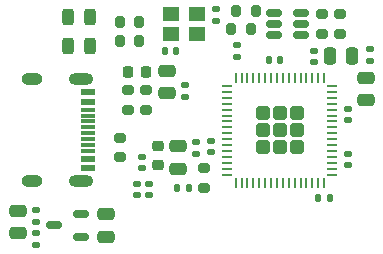
<source format=gbr>
%TF.GenerationSoftware,KiCad,Pcbnew,7.0.7*%
%TF.CreationDate,2024-02-11T21:42:06-08:00*%
%TF.ProjectId,PGL_FTDI_Prog,50474c5f-4654-4444-995f-50726f672e6b,rev?*%
%TF.SameCoordinates,Original*%
%TF.FileFunction,Paste,Top*%
%TF.FilePolarity,Positive*%
%FSLAX46Y46*%
G04 Gerber Fmt 4.6, Leading zero omitted, Abs format (unit mm)*
G04 Created by KiCad (PCBNEW 7.0.7) date 2024-02-11 21:42:06*
%MOMM*%
%LPD*%
G01*
G04 APERTURE LIST*
G04 Aperture macros list*
%AMRoundRect*
0 Rectangle with rounded corners*
0 $1 Rounding radius*
0 $2 $3 $4 $5 $6 $7 $8 $9 X,Y pos of 4 corners*
0 Add a 4 corners polygon primitive as box body*
4,1,4,$2,$3,$4,$5,$6,$7,$8,$9,$2,$3,0*
0 Add four circle primitives for the rounded corners*
1,1,$1+$1,$2,$3*
1,1,$1+$1,$4,$5*
1,1,$1+$1,$6,$7*
1,1,$1+$1,$8,$9*
0 Add four rect primitives between the rounded corners*
20,1,$1+$1,$2,$3,$4,$5,0*
20,1,$1+$1,$4,$5,$6,$7,0*
20,1,$1+$1,$6,$7,$8,$9,0*
20,1,$1+$1,$8,$9,$2,$3,0*%
G04 Aperture macros list end*
%ADD10RoundRect,0.140000X-0.170000X0.140000X-0.170000X-0.140000X0.170000X-0.140000X0.170000X0.140000X0*%
%ADD11RoundRect,0.250000X-0.475000X0.250000X-0.475000X-0.250000X0.475000X-0.250000X0.475000X0.250000X0*%
%ADD12RoundRect,0.140000X0.170000X-0.140000X0.170000X0.140000X-0.170000X0.140000X-0.170000X-0.140000X0*%
%ADD13RoundRect,0.243750X0.243750X0.456250X-0.243750X0.456250X-0.243750X-0.456250X0.243750X-0.456250X0*%
%ADD14RoundRect,0.200000X-0.275000X0.200000X-0.275000X-0.200000X0.275000X-0.200000X0.275000X0.200000X0*%
%ADD15RoundRect,0.250000X-0.335000X-0.335000X0.335000X-0.335000X0.335000X0.335000X-0.335000X0.335000X0*%
%ADD16RoundRect,0.062500X-0.337500X-0.062500X0.337500X-0.062500X0.337500X0.062500X-0.337500X0.062500X0*%
%ADD17RoundRect,0.062500X-0.062500X-0.337500X0.062500X-0.337500X0.062500X0.337500X-0.062500X0.337500X0*%
%ADD18RoundRect,0.200000X0.275000X-0.200000X0.275000X0.200000X-0.275000X0.200000X-0.275000X-0.200000X0*%
%ADD19RoundRect,0.200000X0.200000X0.275000X-0.200000X0.275000X-0.200000X-0.275000X0.200000X-0.275000X0*%
%ADD20RoundRect,0.218750X0.218750X0.256250X-0.218750X0.256250X-0.218750X-0.256250X0.218750X-0.256250X0*%
%ADD21RoundRect,0.200000X-0.200000X-0.275000X0.200000X-0.275000X0.200000X0.275000X-0.200000X0.275000X0*%
%ADD22RoundRect,0.140000X-0.140000X-0.170000X0.140000X-0.170000X0.140000X0.170000X-0.140000X0.170000X0*%
%ADD23RoundRect,0.140000X0.140000X0.170000X-0.140000X0.170000X-0.140000X-0.170000X0.140000X-0.170000X0*%
%ADD24RoundRect,0.250000X0.475000X-0.250000X0.475000X0.250000X-0.475000X0.250000X-0.475000X-0.250000X0*%
%ADD25R,1.400000X1.200000*%
%ADD26RoundRect,0.218750X-0.256250X0.218750X-0.256250X-0.218750X0.256250X-0.218750X0.256250X0.218750X0*%
%ADD27RoundRect,0.250000X-0.250000X-0.475000X0.250000X-0.475000X0.250000X0.475000X-0.250000X0.475000X0*%
%ADD28RoundRect,0.150000X0.512500X0.150000X-0.512500X0.150000X-0.512500X-0.150000X0.512500X-0.150000X0*%
%ADD29R,1.150000X0.600000*%
%ADD30R,1.150000X0.300000*%
%ADD31O,2.100000X1.000000*%
%ADD32O,1.800000X1.000000*%
G04 APERTURE END LIST*
D10*
%TO.C,C9*%
X69800000Y-69220000D03*
X69800000Y-70180000D03*
%TD*%
D11*
%TO.C,C13*%
X81850000Y-61850000D03*
X81850000Y-63750000D03*
%TD*%
D12*
%TO.C,C1*%
X78800000Y-63680000D03*
X78800000Y-62720000D03*
%TD*%
D13*
%TO.C,D2*%
X74387500Y-50950000D03*
X72512500Y-50950000D03*
%TD*%
D12*
%TO.C,C26*%
X93300000Y-54760000D03*
X93300000Y-53800000D03*
%TD*%
D10*
%TO.C,C2*%
X98100000Y-53640000D03*
X98100000Y-54600000D03*
%TD*%
D14*
%TO.C,R6*%
X84000000Y-63725000D03*
X84000000Y-65375000D03*
%TD*%
%TO.C,R8*%
X76950000Y-61125000D03*
X76950000Y-62775000D03*
%TD*%
D15*
%TO.C,U5*%
X89000000Y-59050000D03*
X89000000Y-60500000D03*
X89000000Y-61950000D03*
X90450000Y-59050000D03*
X90450000Y-60500000D03*
X90450000Y-61950000D03*
X91900000Y-59050000D03*
X91900000Y-60500000D03*
X91900000Y-61950000D03*
D16*
X86000000Y-56750000D03*
X86000000Y-57250000D03*
X86000000Y-57750000D03*
X86000000Y-58250000D03*
X86000000Y-58750000D03*
X86000000Y-59250000D03*
X86000000Y-59750000D03*
X86000000Y-60250000D03*
X86000000Y-60750000D03*
X86000000Y-61250000D03*
X86000000Y-61750000D03*
X86000000Y-62250000D03*
X86000000Y-62750000D03*
X86000000Y-63250000D03*
X86000000Y-63750000D03*
X86000000Y-64250000D03*
D17*
X86700000Y-64950000D03*
X87200000Y-64950000D03*
X87700000Y-64950000D03*
X88200000Y-64950000D03*
X88700000Y-64950000D03*
X89200000Y-64950000D03*
X89700000Y-64950000D03*
X90200000Y-64950000D03*
X90700000Y-64950000D03*
X91200000Y-64950000D03*
X91700000Y-64950000D03*
X92200000Y-64950000D03*
X92700000Y-64950000D03*
X93200000Y-64950000D03*
X93700000Y-64950000D03*
X94200000Y-64950000D03*
D16*
X94900000Y-64250000D03*
X94900000Y-63750000D03*
X94900000Y-63250000D03*
X94900000Y-62750000D03*
X94900000Y-62250000D03*
X94900000Y-61750000D03*
X94900000Y-61250000D03*
X94900000Y-60750000D03*
X94900000Y-60250000D03*
X94900000Y-59750000D03*
X94900000Y-59250000D03*
X94900000Y-58750000D03*
X94900000Y-58250000D03*
X94900000Y-57750000D03*
X94900000Y-57250000D03*
X94900000Y-56750000D03*
D17*
X94200000Y-56050000D03*
X93700000Y-56050000D03*
X93200000Y-56050000D03*
X92700000Y-56050000D03*
X92200000Y-56050000D03*
X91700000Y-56050000D03*
X91200000Y-56050000D03*
X90700000Y-56050000D03*
X90200000Y-56050000D03*
X89700000Y-56050000D03*
X89200000Y-56050000D03*
X88700000Y-56050000D03*
X88200000Y-56050000D03*
X87700000Y-56050000D03*
X87200000Y-56050000D03*
X86700000Y-56050000D03*
%TD*%
D11*
%TO.C,C27*%
X75700000Y-67600000D03*
X75700000Y-69500000D03*
%TD*%
D18*
%TO.C,R2*%
X94000000Y-52325000D03*
X94000000Y-50675000D03*
%TD*%
D19*
%TO.C,R5*%
X88400000Y-50400000D03*
X86750000Y-50400000D03*
%TD*%
D20*
%TO.C,FB1*%
X79137500Y-55600000D03*
X77562500Y-55600000D03*
%TD*%
D12*
%TO.C,C4*%
X84650000Y-62380000D03*
X84650000Y-61420000D03*
%TD*%
D21*
%TO.C,R11*%
X76875000Y-51350000D03*
X78525000Y-51350000D03*
%TD*%
D22*
%TO.C,C19*%
X93700000Y-66250000D03*
X94660000Y-66250000D03*
%TD*%
D23*
%TO.C,C16*%
X90480000Y-54550000D03*
X89520000Y-54550000D03*
%TD*%
D13*
%TO.C,D3*%
X74387500Y-53350000D03*
X72512500Y-53350000D03*
%TD*%
D12*
%TO.C,C22*%
X85000000Y-51230000D03*
X85000000Y-50270000D03*
%TD*%
D19*
%TO.C,R1*%
X87975000Y-51950000D03*
X86325000Y-51950000D03*
%TD*%
D12*
%TO.C,C24*%
X79400000Y-65980000D03*
X79400000Y-65020000D03*
%TD*%
%TO.C,C5*%
X82400000Y-57655000D03*
X82400000Y-56695000D03*
%TD*%
D10*
%TO.C,C10*%
X96200000Y-62520000D03*
X96200000Y-63480000D03*
%TD*%
D24*
%TO.C,C11*%
X68250000Y-69200000D03*
X68250000Y-67300000D03*
%TD*%
D14*
%TO.C,R7*%
X77600000Y-57100000D03*
X77600000Y-58750000D03*
%TD*%
D10*
%TO.C,C12*%
X83350000Y-61520000D03*
X83350000Y-62480000D03*
%TD*%
D12*
%TO.C,C6*%
X78350000Y-65980000D03*
X78350000Y-65020000D03*
%TD*%
D25*
%TO.C,Y1*%
X83450000Y-50650000D03*
X81250000Y-50650000D03*
X81250000Y-52350000D03*
X83450000Y-52350000D03*
%TD*%
D12*
%TO.C,C18*%
X96200000Y-59630000D03*
X96200000Y-58670000D03*
%TD*%
D26*
%TO.C,FB2*%
X80100000Y-61850000D03*
X80100000Y-63425000D03*
%TD*%
D23*
%TO.C,C23*%
X81680000Y-53750000D03*
X80720000Y-53750000D03*
%TD*%
D12*
%TO.C,C14*%
X69800000Y-68230000D03*
X69800000Y-67270000D03*
%TD*%
D27*
%TO.C,C7*%
X94650000Y-54200000D03*
X96550000Y-54200000D03*
%TD*%
D18*
%TO.C,R3*%
X95550000Y-52325000D03*
X95550000Y-50675000D03*
%TD*%
D24*
%TO.C,C17*%
X97700000Y-57950000D03*
X97700000Y-56050000D03*
%TD*%
D12*
%TO.C,C15*%
X86850000Y-54280000D03*
X86850000Y-53320000D03*
%TD*%
D28*
%TO.C,U1*%
X73575000Y-69500000D03*
X73575000Y-67600000D03*
X71300000Y-68550000D03*
%TD*%
D29*
%TO.C,P1*%
X74180000Y-57300000D03*
X74180000Y-58100000D03*
D30*
X74180000Y-59250000D03*
X74180000Y-60250000D03*
X74180000Y-60750000D03*
X74180000Y-61750000D03*
D29*
X74180000Y-62900000D03*
X74180000Y-63700000D03*
X74180000Y-63700000D03*
X74180000Y-62900000D03*
D30*
X74180000Y-62250000D03*
X74180000Y-61250000D03*
X74180000Y-59750000D03*
X74180000Y-58750000D03*
D29*
X74180000Y-58100000D03*
X74180000Y-57300000D03*
D31*
X73605000Y-56180000D03*
D32*
X69425000Y-56180000D03*
D31*
X73605000Y-64820000D03*
D32*
X69425000Y-64820000D03*
%TD*%
D24*
%TO.C,C8*%
X80900000Y-57375000D03*
X80900000Y-55475000D03*
%TD*%
D21*
%TO.C,R14*%
X76875000Y-52950000D03*
X78525000Y-52950000D03*
%TD*%
D23*
%TO.C,C25*%
X82730000Y-65350000D03*
X81770000Y-65350000D03*
%TD*%
D14*
%TO.C,R4*%
X79150000Y-57100000D03*
X79150000Y-58750000D03*
%TD*%
D28*
%TO.C,U4*%
X92237500Y-52450000D03*
X92237500Y-51500000D03*
X92237500Y-50550000D03*
X89962500Y-50550000D03*
X89962500Y-51500000D03*
X89962500Y-52450000D03*
%TD*%
M02*

</source>
